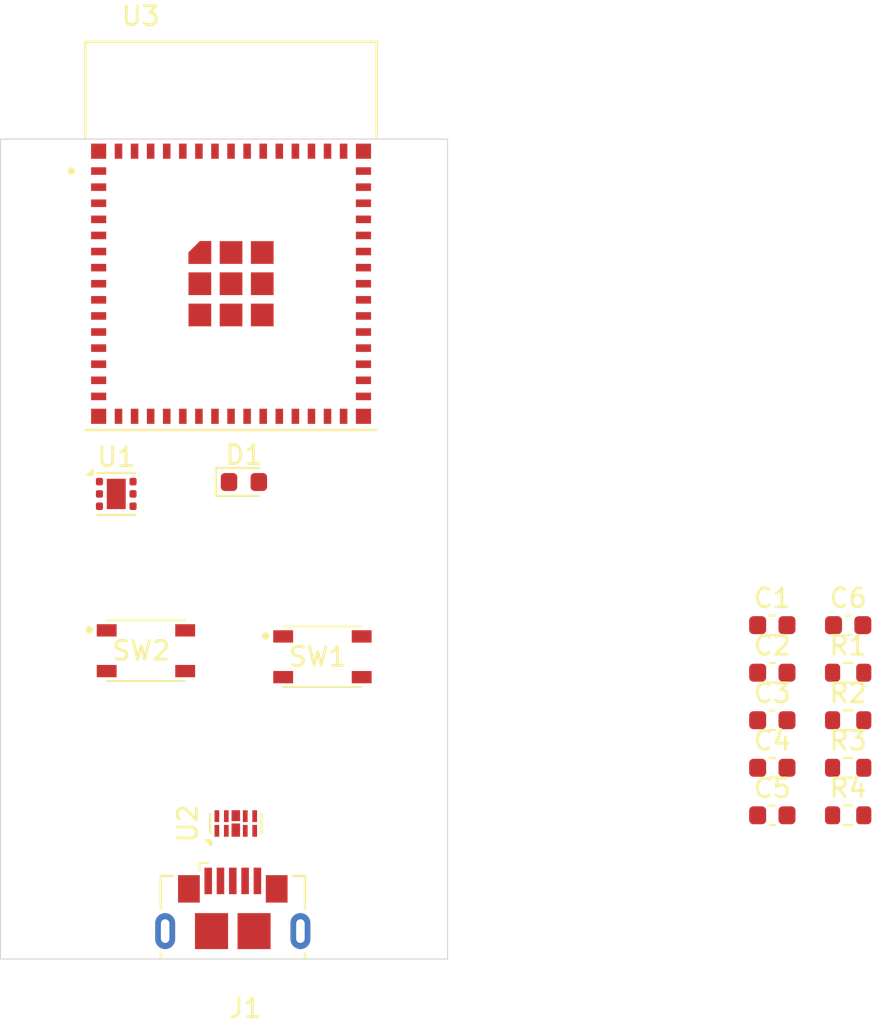
<source format=kicad_pcb>
(kicad_pcb (version 20240108) (generator "pcbnew") (generator_version "8.0")
  (layers (0 "F.Cu" signal) (31 "B.Cu" signal) (34 "B.Paste" user) (35 "F.Paste" user) (36 "B.SilkS" user "B.Silkscreen") (37 "F.SilkS" user "F.Silkscreen") (38 "B.Mask" user) (39 "F.Mask" user) (44 "Edge.Cuts" user))
  (net 0 "")
  (net 1 "Net-(U1-FB)")
  (net 2 "/3V3")
  (net 4 "/5VUSB")
  (net 5 "GND")
  (net 7 "/USB_N")
  (net 8 "/USB_B")
  (net 15 "/ESP32_EN")
  (net 47 "/GPIO0")
  (net 49 "Net-(D1-K)")
  (net 50 "Net-(D1-A)")
  (footprint "Resistor_SMD:R_0603_1608Metric" (layer "F.Cu") (at 162.035 109.21)
    (property "Reference" "R1" (at 0 -1.43 0) (layer "F.SilkS"))
    (property "Value" "1m")
    (fp_line (start -0.237258 -0.5225) (end 0.237258 -0.5225) (stroke (width 0.12)) (layer "F.SilkS"))
    (fp_line (start -0.237258 0.5225) (end 0.237258 0.5225) (stroke (width 0.12)) (layer "F.SilkS"))
    (pad "1" smd roundrect (at -0.825 0) (size 0.8 0.95) (layers "F.Cu" "F.Paste" "F.Mask") (net 2 "/3V3"))
    (pad "2" smd roundrect (at 0.825 0) (size 0.8 0.95) (layers "F.Cu" "F.Paste" "F.Mask") (net 1 "Net-(U1-FB)"))
  )
  (footprint "Package_DFN_QFN:Diodes_UDFN-10_1.0x2.5mm_P0.5mm" (layer "F.Cu") (at 129.66 117.1725 90)
    (property "Reference" "U2" (at 0 -2.54 -90) (layer "F.SilkS"))
    (property "Value" "D3V3XA4B10LP" (hide yes))
    (fp_line (start 0.5 -1.36) (end -0.5 -1.36) (stroke (width 0.12)) (layer "F.SilkS"))
    (fp_line (start 0.5 1.36) (end -0.5 1.36) (stroke (width 0.12)) (layer "F.SilkS"))
    (fp_poly (pts (xy -0.89 -1.31) (xy -1.17 -1.31) (xy -0.89 -1.59) (xy -0.89 -1.31)) (stroke (width 0.12)) (fill solid) (layer "F.SilkS"))
    (pad "1" smd rect (at -0.3875 -1) (size 0.25 0.625) (layers "F.Cu" "F.Paste" "F.Mask") (net 7 "/USB_N"))
    (pad "2" smd rect (at -0.3875 -0.5) (size 0.25 0.625) (layers "F.Cu" "F.Paste" "F.Mask") (net 8 "/USB_B"))
    (pad "3" smd rect (at -0.35 0) (size 0.45 0.7) (layers "F.Cu" "F.Paste" "F.Mask"))
    (pad "4" smd rect (at -0.3875 0.5) (size 0.25 0.625) (layers "F.Cu" "F.Paste" "F.Mask") (net 4 "/5VUSB"))
    (pad "5" smd rect (at -0.3875 1) (size 0.25 0.625) (layers "F.Cu" "F.Paste" "F.Mask"))
    (pad "6" smd rect (at 0.3875 1) (size 0.25 0.625) (layers "F.Cu" "F.Paste" "F.Mask"))
    (pad "7" smd rect (at 0.3875 0.5) (size 0.25 0.625) (layers "F.Cu" "F.Paste" "F.Mask") (net 4 "/5VUSB"))
    (pad "8" smd rect (at 0.4125 0) (size 0.45 0.575) (layers "F.Cu" "F.Paste" "F.Mask"))
    (pad "9" smd rect (at 0.3875 -0.5) (size 0.25 0.625) (layers "F.Cu" "F.Paste" "F.Mask") (net 8 "/USB_B"))
    (pad "10" smd rect (at 0.3875 -1) (size 0.25 0.625) (layers "F.Cu" "F.Paste" "F.Mask") (net 7 "/USB_N"))
  )
  (footprint "Package_SON:WSON-6-1EP_2x2mm_P0.65mm_EP1x1.6mm" (layer "F.Cu") (at 123.34 99.77)
    (property "Reference" "U1" (at 0 -1.95 0) (layer "F.SilkS"))
    (property "Value" "TLV75801PDRV" (hide yes))
    (fp_line (start -1 -1.11) (end 1 -1.11) (stroke (width 0.12)) (layer "F.SilkS"))
    (fp_line (start -1 1.11) (end 1 1.11) (stroke (width 0.12)) (layer "F.SilkS"))
    (fp_poly (pts (xy -1.24 -1.01) (xy -1.52 -1.01) (xy -1.24 -1.29) (xy -1.24 -1.01)) (stroke (width 0.12)) (fill solid) (layer "F.SilkS"))
    (pad "1" smd roundrect (at -0.8875 -0.65) (size 0.375 0.4) (layers "F.Cu" "F.Paste" "F.Mask") (net 2 "/3V3"))
    (pad "2" smd roundrect (at -0.8875 0) (size 0.375 0.4) (layers "F.Cu" "F.Paste" "F.Mask") (net 1 "Net-(U1-FB)"))
    (pad "3" smd roundrect (at -0.8875 0.65) (size 0.375 0.4) (layers "F.Cu" "F.Paste" "F.Mask") (net 5 "GND"))
    (pad "4" smd roundrect (at 0.8875 0.65) (size 0.375 0.4) (layers "F.Cu" "F.Paste" "F.Mask") (net 4 "/5VUSB"))
    (pad "5" smd roundrect (at 0.8875 0) (size 0.375 0.4) (layers "F.Cu" "F.Paste" "F.Mask"))
    (pad "6" smd roundrect (at 0.8875 -0.65) (size 0.375 0.4) (layers "F.Cu" "F.Paste" "F.Mask") (net 4 "/5VUSB"))
    (pad "7" smd rect (at 0 0) (size 1 1.6) (property pad_prop_heatsink) (layers "F.Cu" "F.Mask") (net 5 "GND"))
  )
  (footprint "Capacitor_SMD:C_0603_1608Metric" (layer "F.Cu") (at 158.025 106.7)
    (property "Reference" "C1" (at 0 -1.43 0) (layer "F.SilkS"))
    (property "Value" "10uF")
    (fp_line (start -0.14058 -0.51) (end 0.14058 -0.51) (stroke (width 0.12)) (layer "F.SilkS"))
    (fp_line (start -0.14058 0.51) (end 0.14058 0.51) (stroke (width 0.12)) (layer "F.SilkS"))
    (pad "1" smd roundrect (at -0.775 0) (size 0.9 0.95) (layers "F.Cu" "F.Paste" "F.Mask") (net 4 "/5VUSB"))
    (pad "2" smd roundrect (at 0.775 0) (size 0.9 0.95) (layers "F.Cu" "F.Paste" "F.Mask") (net 49 "Net-(D1-K)"))
  )
  (footprint "LED_SMD:LED_0603_1608Metric" (layer "F.Cu") (at 130.09 99.14)
    (property "Reference" "D1" (at 0 -1.43 0) (layer "F.SilkS"))
    (property "Value" "LED")
    (fp_line (start -1.485 -0.735) (end -1.485 0.735) (stroke (width 0.12)) (layer "F.SilkS"))
    (fp_line (start -1.485 0.735) (end 0.8 0.735) (stroke (width 0.12)) (layer "F.SilkS"))
    (fp_line (start 0.8 -0.735) (end -1.485 -0.735) (stroke (width 0.12)) (layer "F.SilkS"))
    (pad "1" smd roundrect (at -0.7875 0) (size 0.875 0.95) (layers "F.Cu" "F.Paste" "F.Mask") (net 49 "Net-(D1-K)"))
    (pad "2" smd roundrect (at 0.7875 0) (size 0.875 0.95) (layers "F.Cu" "F.Paste" "F.Mask") (net 50 "Net-(D1-A)"))
  )
  (footprint "Capacitor_SMD:C_0603_1608Metric" (layer "F.Cu") (at 162.035 106.7)
    (property "Reference" "C6" (at 0 -1.43 0) (layer "F.SilkS"))
    (property "Value" "10uF")
    (fp_line (start -0.14058 -0.51) (end 0.14058 -0.51) (stroke (width 0.12)) (layer "F.SilkS"))
    (fp_line (start -0.14058 0.51) (end 0.14058 0.51) (stroke (width 0.12)) (layer "F.SilkS"))
    (pad "1" smd roundrect (at -0.775 0) (size 0.9 0.95) (layers "F.Cu" "F.Paste" "F.Mask") (net 2 "/3V3"))
    (pad "2" smd roundrect (at 0.775 0) (size 0.9 0.95) (layers "F.Cu" "F.Paste" "F.Mask") (net 5 "GND"))
  )
  (footprint "Capacitor_SMD:C_0603_1608Metric" (layer "F.Cu") (at 158.025 116.74)
    (property "Reference" "C5" (at 0 -1.43 0) (layer "F.SilkS"))
    (property "Value" "0.1uF")
    (fp_line (start -0.14058 -0.51) (end 0.14058 -0.51) (stroke (width 0.12)) (layer "F.SilkS"))
    (fp_line (start -0.14058 0.51) (end 0.14058 0.51) (stroke (width 0.12)) (layer "F.SilkS"))
    (pad "1" smd roundrect (at -0.775 0) (size 0.9 0.95) (layers "F.Cu" "F.Paste" "F.Mask") (net 2 "/3V3"))
    (pad "2" smd roundrect (at 0.775 0) (size 0.9 0.95) (layers "F.Cu" "F.Paste" "F.Mask") (net 5 "GND"))
  )
  (footprint "Capacitor_SMD:C_0603_1608Metric" (layer "F.Cu") (at 158.025 109.21)
    (property "Reference" "C2" (at 0 -1.43 0) (layer "F.SilkS"))
    (property "Value" "10uF")
    (fp_line (start -0.14058 -0.51) (end 0.14058 -0.51) (stroke (width 0.12)) (layer "F.SilkS"))
    (fp_line (start -0.14058 0.51) (end 0.14058 0.51) (stroke (width 0.12)) (layer "F.SilkS"))
    (pad "1" smd roundrect (at -0.775 0) (size 0.9 0.95) (layers "F.Cu" "F.Paste" "F.Mask") (net 2 "/3V3"))
    (pad "2" smd roundrect (at 0.775 0) (size 0.9 0.95) (layers "F.Cu" "F.Paste" "F.Mask") (net 49 "Net-(D1-K)"))
  )
  (footprint "Resistor_SMD:R_0603_1608Metric" (layer "F.Cu") (at 162.035 111.72)
    (property "Reference" "R2" (at 0 -1.43 0) (layer "F.SilkS"))
    (property "Value" "200k")
    (fp_line (start -0.237258 -0.5225) (end 0.237258 -0.5225) (stroke (width 0.12)) (layer "F.SilkS"))
    (fp_line (start -0.237258 0.5225) (end 0.237258 0.5225) (stroke (width 0.12)) (layer "F.SilkS"))
    (pad "1" smd roundrect (at -0.825 0) (size 0.8 0.95) (layers "F.Cu" "F.Paste" "F.Mask") (net 1 "Net-(U1-FB)"))
    (pad "2" smd roundrect (at 0.825 0) (size 0.8 0.95) (layers "F.Cu" "F.Paste" "F.Mask") (net 49 "Net-(D1-K)"))
  )
  (footprint "Capacitor_SMD:C_0603_1608Metric" (layer "F.Cu") (at 158.025 114.23)
    (property "Reference" "C4" (at 0 -1.43 0) (layer "F.SilkS"))
    (property "Value" "0.1uF")
    (fp_line (start -0.14058 -0.51) (end 0.14058 -0.51) (stroke (width 0.12)) (layer "F.SilkS"))
    (fp_line (start -0.14058 0.51) (end 0.14058 0.51) (stroke (width 0.12)) (layer "F.SilkS"))
    (pad "1" smd roundrect (at -0.775 0) (size 0.9 0.95) (layers "F.Cu" "F.Paste" "F.Mask") (net 47 "/GPIO0"))
    (pad "2" smd roundrect (at 0.775 0) (size 0.9 0.95) (layers "F.Cu" "F.Paste" "F.Mask") (net 5 "GND"))
  )
  (footprint "Resistor_SMD:R_0603_1608Metric" (layer "F.Cu") (at 162.035 114.23)
    (property "Reference" "R3" (at 0 -1.43 0) (layer "F.SilkS"))
    (property "Value" "5.1k")
    (fp_line (start -0.237258 -0.5225) (end 0.237258 -0.5225) (stroke (width 0.12)) (layer "F.SilkS"))
    (fp_line (start -0.237258 0.5225) (end 0.237258 0.5225) (stroke (width 0.12)) (layer "F.SilkS"))
    (pad "1" smd roundrect (at -0.825 0) (size 0.8 0.95) (layers "F.Cu" "F.Paste" "F.Mask") (net 2 "/3V3"))
    (pad "2" smd roundrect (at 0.825 0) (size 0.8 0.95) (layers "F.Cu" "F.Paste" "F.Mask") (net 50 "Net-(D1-A)"))
  )
  (footprint "PTS810SJK250SMTRLFS:PTS810SJG250SMTRLFS" (layer "F.Cu") (at 134.24 108.37)
    (property "Reference" "SW1" (at -0.25 0 0) (layer "F.SilkS"))
    (property "Value" "BOOT1")
    (fp_line (start -3 -1.2) (end -3 -1.2) (stroke (width 0.2)) (layer "F.SilkS"))
    (fp_line (start -3 -1) (end -3 -1) (stroke (width 0.2)) (layer "F.SilkS"))
    (fp_line (start -2.1 -1.6) (end 2.075 -1.6) (stroke (width 0.1)) (layer "F.SilkS"))
    (fp_line (start -2.1 1.6) (end 2.075 1.6) (stroke (width 0.1)) (layer "F.SilkS"))
    (fp_arc (start -3 -1.2) (mid -2.9 -1.1) (end -3 -1) (stroke (width 0.2)) (layer "F.SilkS"))
    (fp_arc (start -3 -1) (mid -3.1 -1.1) (end -3 -1.2) (stroke (width 0.2)) (layer "F.SilkS"))
    (pad "1" smd rect (at -2.075 -1.075) (size 1.05 0.65) (layers "F.Cu" "F.Paste" "F.Mask") (net 5 "GND"))
    (pad "2" smd rect (at 2.075 -1.075) (size 1.05 0.65) (layers "F.Cu" "F.Paste" "F.Mask") (net 5 "GND"))
    (pad "3" smd rect (at -2.075 1.075) (size 1.05 0.65) (layers "F.Cu" "F.Paste" "F.Mask") (net 47 "/GPIO0"))
    (pad "4" smd rect (at 2.075 1.075) (size 1.05 0.65) (layers "F.Cu" "F.Paste" "F.Mask") (net 47 "/GPIO0"))
  )
  (footprint "Resistor_SMD:R_0603_1608Metric" (layer "F.Cu") (at 162.035 116.74)
    (property "Reference" "R4" (at 0 -1.43 0) (layer "F.SilkS"))
    (property "Value" "10K")
    (fp_line (start -0.237258 -0.5225) (end 0.237258 -0.5225) (stroke (width 0.12)) (layer "F.SilkS"))
    (fp_line (start -0.237258 0.5225) (end 0.237258 0.5225) (stroke (width 0.12)) (layer "F.SilkS"))
    (pad "1" smd roundrect (at -0.825 0) (size 0.8 0.95) (layers "F.Cu" "F.Paste" "F.Mask") (net 2 "/3V3"))
    (pad "2" smd roundrect (at 0.825 0) (size 0.8 0.95) (layers "F.Cu" "F.Paste" "F.Mask") (net 15 "/ESP32_EN"))
  )
  (footprint "ESP32-S3-MINI-1-N8:XCVR_ESP32-S3-MINI-1-N8" (layer "F.Cu") (at 129.41 88.67)
    (property "Reference" "U3" (at -4.775 -14.135 0) (layer "F.SilkS"))
    (property "Value" "ESP32-S3-MINI-1-N8" (hide yes))
    (fp_line (start -7.7 -12.775) (end 7.7 -12.775) (stroke (width 0.127)) (layer "F.SilkS"))
    (fp_line (start -7.7 -7.725) (end -7.7 -12.775) (stroke (width 0.127)) (layer "F.SilkS"))
    (fp_line (start 7.7 -12.775) (end 7.7 -7.725) (stroke (width 0.127)) (layer "F.SilkS"))
    (fp_line (start 7.7 7.725) (end -7.7 7.725) (stroke (width 0.127)) (layer "F.SilkS"))
    (fp_circle (center -8.45 -5.95) (end -8.35 -5.95) (stroke (width 0.2)) (fill none) (layer "F.SilkS"))
    (pad "1" smd rect (at -7 -5.95) (size 0.8 0.4) (layers "F.Cu" "F.Paste" "F.Mask") (net 5 "GND"))
    (pad "2" smd rect (at -7 -5.1) (size 0.8 0.4) (layers "F.Cu" "F.Paste" "F.Mask") (net 5 "GND"))
    (pad "3" smd rect (at -7 -4.25) (size 0.8 0.4) (layers "F.Cu" "F.Paste" "F.Mask") (net 2 "/3V3"))
    (pad "4" smd rect (at -7 -3.4) (size 0.8 0.4) (layers "F.Cu" "F.Paste" "F.Mask") (net 47 "/GPIO0"))
    (pad "5" smd rect (at -7 -2.55) (size 0.8 0.4) (layers "F.Cu" "F.Paste" "F.Mask"))
    (pad "6" smd rect (at -7 -1.7) (size 0.8 0.4) (layers "F.Cu" "F.Paste" "F.Mask"))
    (pad "7" smd rect (at -7 -0.85) (size 0.8 0.4) (layers "F.Cu" "F.Paste" "F.Mask"))
    (pad "8" smd rect (at -7 0) (size 0.8 0.4) (layers "F.Cu" "F.Paste" "F.Mask"))
    (pad "9" smd rect (at -7 0.85) (size 0.8 0.4) (layers "F.Cu" "F.Paste" "F.Mask"))
    (pad "10" smd rect (at -7 1.7) (size 0.8 0.4) (layers "F.Cu" "F.Paste" "F.Mask"))
    (pad "11" smd rect (at -7 2.55) (size 0.8 0.4) (layers "F.Cu" "F.Paste" "F.Mask"))
    (pad "12" smd rect (at -7 3.4) (size 0.8 0.4) (layers "F.Cu" "F.Paste" "F.Mask"))
    (pad "13" smd rect (at -7 4.25) (size 0.8 0.4) (layers "F.Cu" "F.Paste" "F.Mask"))
    (pad "14" smd rect (at -7 5.1) (size 0.8 0.4) (layers "F.Cu" "F.Paste" "F.Mask"))
    (pad "15" smd rect (at -7 5.95) (size 0.8 0.4) (layers "F.Cu" "F.Paste" "F.Mask"))
    (pad "16" smd rect (at -5.95 7) (size 0.4 0.8) (layers "F.Cu" "F.Paste" "F.Mask"))
    (pad "17" smd rect (at -5.1 7) (size 0.4 0.8) (layers "F.Cu" "F.Paste" "F.Mask"))
    (pad "18" smd rect (at -4.25 7) (size 0.4 0.8) (layers "F.Cu" "F.Paste" "F.Mask"))
    (pad "19" smd rect (at -3.4 7) (size 0.4 0.8) (layers "F.Cu" "F.Paste" "F.Mask"))
    (pad "20" smd rect (at -2.55 7) (size 0.4 0.8) (layers "F.Cu" "F.Paste" "F.Mask"))
    (pad "21" smd rect (at -1.7 7) (size 0.4 0.8) (layers "F.Cu" "F.Paste" "F.Mask"))
    (pad "22" smd rect (at -0.85 7) (size 0.4 0.8) (layers "F.Cu" "F.Paste" "F.Mask"))
    (pad "23" smd rect (at 0 7) (size 0.4 0.8) (layers "F.Cu" "F.Paste" "F.Mask") (net 7 "/USB_N"))
    (pad "24" smd rect (at 0.85 7) (size 0.4 0.8) (layers "F.Cu" "F.Paste" "F.Mask") (net 8 "/USB_B"))
    (pad "25" smd rect (at 1.7 7) (size 0.4 0.8) (layers "F.Cu" "F.Paste" "F.Mask"))
    (pad "26" smd rect (at 2.55 7) (size 0.4 0.8) (layers "F.Cu" "F.Paste" "F.Mask"))
    (pad "27" smd rect (at 3.4 7) (size 0.4 0.8) (layers "F.Cu" "F.Paste" "F.Mask"))
    (pad "28" smd rect (at 4.25 7) (size 0.4 0.8) (layers "F.Cu" "F.Paste" "F.Mask"))
    (pad "29" smd rect (at 5.1 7) (size 0.4 0.8) (layers "F.Cu" "F.Paste" "F.Mask"))
    (pad "30" smd rect (at 5.95 7) (size 0.4 0.8) (layers "F.Cu" "F.Paste" "F.Mask"))
    (pad "31" smd rect (at 7 5.95) (size 0.8 0.4) (layers "F.Cu" "F.Paste" "F.Mask"))
    (pad "32" smd rect (at 7 5.1) (size 0.8 0.4) (layers "F.Cu" "F.Paste" "F.Mask"))
    (pad "33" smd rect (at 7 4.25) (size 0.8 0.4) (layers "F.Cu" "F.Paste" "F.Mask"))
    (pad "34" smd rect (at 7 3.4) (size 0.8 0.4) (layers "F.Cu" "F.Paste" "F.Mask"))
    (pad "35" smd rect (at 7 2.55) (size 0.8 0.4) (layers "F.Cu" "F.Paste" "F.Mask"))
    (pad "36" smd rect (at 7 1.7) (size 0.8 0.4) (layers "F.Cu" "F.Paste" "F.Mask"))
    (pad "37" smd rect (at 7 0.85) (size 0.8 0.4) (layers "F.Cu" "F.Paste" "F.Mask"))
    (pad "38" smd rect (at 7 0) (size 0.8 0.4) (layers "F.Cu" "F.Paste" "F.Mask"))
    (pad "39" smd rect (at 7 -0.85) (size 0.8 0.4) (layers "F.Cu" "F.Paste" "F.Mask"))
    (pad "40" smd rect (at 7 -1.7) (size 0.8 0.4) (layers "F.Cu" "F.Paste" "F.Mask"))
    (pad "41" smd rect (at 7 -2.55) (size 0.8 0.4) (layers "F.Cu" "F.Paste" "F.Mask"))
    (pad "42" smd rect (at 7 -3.4) (size 0.8 0.4) (layers "F.Cu" "F.Paste" "F.Mask") (net 5 "GND"))
    (pad "43" smd rect (at 7 -4.25) (size 0.8 0.4) (layers "F.Cu" "F.Paste" "F.Mask") (net 5 "GND"))
    (pad "44" smd rect (at 7 -5.1) (size 0.8 0.4) (layers "F.Cu" "F.Paste" "F.Mask"))
    (pad "45" smd rect (at 7 -5.95) (size 0.8 0.4) (layers "F.Cu" "F.Paste" "F.Mask") (net 15 "/ESP32_EN"))
    (pad "46" smd rect (at 5.95 -7) (size 0.4 0.8) (layers "F.Cu" "F.Paste" "F.Mask") (net 5 "GND"))
    (pad "47" smd rect (at 5.1 -7) (size 0.4 0.8) (layers "F.Cu" "F.Paste" "F.Mask") (net 5 "GND"))
    (pad "48" smd rect (at 4.25 -7) (size 0.4 0.8) (layers "F.Cu" "F.Paste" "F.Mask") (net 5 "GND"))
    (pad "49" smd rect (at 3.4 -7) (size 0.4 0.8) (layers "F.Cu" "F.Paste" "F.Mask") (net 5 "GND"))
    (pad "50" smd rect (at 2.55 -7) (size 0.4 0.8) (layers "F.Cu" "F.Paste" "F.Mask") (net 5 "GND"))
    (pad "51" smd rect (at 1.7 -7) (size 0.4 0.8) (layers "F.Cu" "F.Paste" "F.Mask") (net 5 "GND"))
    (pad "52" smd rect (at 0.85 -7) (size 0.4 0.8) (layers "F.Cu" "F.Paste" "F.Mask") (net 5 "GND"))
    (pad "53" smd rect (at 0 -7) (size 0.4 0.8) (layers "F.Cu" "F.Paste" "F.Mask") (net 5 "GND"))
    (pad "54" smd rect (at -0.85 -7) (size 0.4 0.8) (layers "F.Cu" "F.Paste" "F.Mask") (net 5 "GND"))
    (pad "55" smd rect (at -1.7 -7) (size 0.4 0.8) (layers "F.Cu" "F.Paste" "F.Mask") (net 5 "GND"))
    (pad "56" smd rect (at -2.55 -7) (size 0.4 0.8) (layers "F.Cu" "F.Paste" "F.Mask") (net 5 "GND"))
    (pad "57" smd rect (at -3.4 -7) (size 0.4 0.8) (layers "F.Cu" "F.Paste" "F.Mask") (net 5 "GND"))
    (pad "58" smd rect (at -4.25 -7) (size 0.4 0.8) (layers "F.Cu" "F.Paste" "F.Mask") (net 5 "GND"))
    (pad "59" smd rect (at -5.1 -7) (size 0.4 0.8) (layers "F.Cu" "F.Paste" "F.Mask") (net 5 "GND"))
    (pad "60" smd rect (at -5.95 -7) (size 0.4 0.8) (layers "F.Cu" "F.Paste" "F.Mask") (net 5 "GND"))
    (pad "61" smd rect (at 0 0) (size 1.2 1.2) (layers "F.Cu" "F.Paste" "F.Mask") (net 5 "GND"))
    (pad "61_1" smd custom (at -1.65 -1.65) (size 0.4 0.4) (layers "F.Cu") (net 5 "GND") (options (clearance outline) (anchor rect)) (primitives (gr_poly (pts (xy -0.6 0.6) (xy 0.6 0.6) (xy 0.6 -0.6) (xy 0 -0.6) (xy -0.6 0)) (width 0.01) (fill yes))))
    (pad "61_2" smd rect (at 0 -1.65) (size 1.2 1.2) (layers "F.Cu" "F.Paste" "F.Mask") (net 5 "GND"))
    (pad "61_3" smd rect (at 1.65 -1.65) (size 1.2 1.2) (layers "F.Cu" "F.Paste" "F.Mask") (net 5 "GND"))
    (pad "61_4" smd rect (at 1.65 0) (size 1.2 1.2) (layers "F.Cu" "F.Paste" "F.Mask") (net 5 "GND"))
    (pad "61_5" smd rect (at 1.65 1.65) (size 1.2 1.2) (layers "F.Cu" "F.Paste" "F.Mask") (net 5 "GND"))
    (pad "61_6" smd rect (at 0 1.65) (size 1.2 1.2) (layers "F.Cu" "F.Paste" "F.Mask") (net 5 "GND"))
    (pad "61_7" smd rect (at -1.65 1.65) (size 1.2 1.2) (layers "F.Cu" "F.Paste" "F.Mask") (net 5 "GND"))
    (pad "61_8" smd rect (at -1.65 0) (size 1.2 1.2) (layers "F.Cu" "F.Paste" "F.Mask") (net 5 "GND"))
    (pad "62" smd rect (at -7 -7) (size 0.8 0.8) (layers "F.Cu" "F.Paste" "F.Mask") (net 5 "GND"))
    (pad "63" smd rect (at -7 7) (size 0.8 0.8) (layers "F.Cu" "F.Paste" "F.Mask") (net 5 "GND"))
    (pad "64" smd rect (at 7 7) (size 0.8 0.8) (layers "F.Cu" "F.Paste" "F.Mask") (net 5 "GND"))
    (pad "65" smd rect (at 7 -7) (size 0.8 0.8) (layers "F.Cu" "F.Paste" "F.Mask") (net 5 "GND"))
  )
  (footprint "Capacitor_SMD:C_0603_1608Metric" (layer "F.Cu") (at 158.025 111.72)
    (property "Reference" "C3" (at 0 -1.43 0) (layer "F.SilkS"))
    (property "Value" "0.1uF")
    (fp_line (start -0.14058 -0.51) (end 0.14058 -0.51) (stroke (width 0.12)) (layer "F.SilkS"))
    (fp_line (start -0.14058 0.51) (end 0.14058 0.51) (stroke (width 0.12)) (layer "F.SilkS"))
    (pad "1" smd roundrect (at -0.775 0) (size 0.9 0.95) (layers "F.Cu" "F.Paste" "F.Mask") (net 15 "/ESP32_EN"))
    (pad "2" smd roundrect (at 0.775 0) (size 0.9 0.95) (layers "F.Cu" "F.Paste" "F.Mask") (net 5 "GND"))
  )
  (footprint "Connector_USB:USB_Micro-B_GCT_USB3076-30-A" (layer "F.Cu") (at 129.5025 121.655)
    (property "Reference" "J1" (at 0.6575 5.265 0) (layer "F.SilkS"))
    (property "Value" "USB_B_Micro" (hide yes))
    (fp_line (start -3.81 -1.71) (end -3.15 -1.71) (stroke (width 0.12)) (layer "F.SilkS"))
    (fp_line (start -3.81 0.02) (end -3.81 -1.71) (stroke (width 0.12)) (layer "F.SilkS"))
    (fp_line (start -3.81 2.59) (end -3.81 2.38) (stroke (width 0.12)) (layer "F.SilkS"))
    (fp_line (start -1.76 -2.41) (end -1.76 -2.02) (stroke (width 0.12)) (layer "F.SilkS"))
    (fp_line (start -1.76 -2.41) (end -1.31 -2.41) (stroke (width 0.12)) (layer "F.SilkS"))
    (fp_line (start 3.81 -1.71) (end 3.16 -1.71) (stroke (width 0.12)) (layer "F.SilkS"))
    (fp_line (start 3.81 0.02) (end 3.81 -1.71) (stroke (width 0.12)) (layer "F.SilkS"))
    (fp_line (start 3.81 2.59) (end 3.81 2.38) (stroke (width 0.12)) (layer "F.SilkS"))
    (pad "1" smd rect (at -1.3 -1.45) (size 0.4 1.4) (layers "F.Cu" "F.Paste" "F.Mask") (net 4 "/5VUSB"))
    (pad "2" smd rect (at -0.65 -1.45) (size 0.4 1.4) (layers "F.Cu" "F.Paste" "F.Mask") (net 7 "/USB_N"))
    (pad "3" smd rect (at 0 -1.45) (size 0.4 1.4) (layers "F.Cu" "F.Paste" "F.Mask") (net 8 "/USB_B"))
    (pad "4" smd rect (at 0.65 -1.45) (size 0.4 1.4) (layers "F.Cu" "F.Paste" "F.Mask"))
    (pad "5" smd rect (at 1.3 -1.45) (size 0.4 1.4) (layers "F.Cu" "F.Paste" "F.Mask") (net 5 "GND"))
    (pad "6" thru_hole oval (at -3.575 1.2 180) (size 1.05 1.9) (drill oval 0.45 1.25) (layers "*.Cu" "*.Mask") (net 5 "GND"))
    (pad "6" smd rect (at -2.32 -1.03) (size 1.15 1.45) (layers "F.Cu" "F.Paste" "F.Mask") (net 5 "GND"))
    (pad "6" smd rect (at -1.125 1.2) (size 1.75 1.9) (layers "F.Cu" "F.Paste" "F.Mask") (net 5 "GND"))
    (pad "6" smd rect (at 1.125 1.2) (size 1.75 1.9) (layers "F.Cu" "F.Paste" "F.Mask") (net 5 "GND"))
    (pad "6" smd rect (at 2.32 -1.03) (size 1.15 1.45) (layers "F.Cu" "F.Paste" "F.Mask") (net 5 "GND"))
    (pad "6" thru_hole oval (at 3.575 1.2) (size 1.05 1.9) (drill oval 0.45 1.25) (layers "*.Cu" "*.Mask") (net 5 "GND"))
  )
  (footprint "PTS810SJK250SMTRLFS:PTS810SJG250SMTRLFS" (layer "F.Cu") (at 124.91 108.05)
    (property "Reference" "SW2" (at -0.25 0 0) (layer "F.SilkS"))
    (property "Value" "RESET1")
    (fp_line (start -3 -1.2) (end -3 -1.2) (stroke (width 0.2)) (layer "F.SilkS"))
    (fp_line (start -3 -1) (end -3 -1) (stroke (width 0.2)) (layer "F.SilkS"))
    (fp_line (start -2.1 -1.6) (end 2.075 -1.6) (stroke (width 0.1)) (layer "F.SilkS"))
    (fp_line (start -2.1 1.6) (end 2.075 1.6) (stroke (width 0.1)) (layer "F.SilkS"))
    (fp_arc (start -3 -1.2) (mid -2.9 -1.1) (end -3 -1) (stroke (width 0.2)) (layer "F.SilkS"))
    (fp_arc (start -3 -1) (mid -3.1 -1.1) (end -3 -1.2) (stroke (width 0.2)) (layer "F.SilkS"))
    (pad "1" smd rect (at -2.075 -1.075) (size 1.05 0.65) (layers "F.Cu" "F.Paste" "F.Mask") (net 5 "GND"))
    (pad "2" smd rect (at 2.075 -1.075) (size 1.05 0.65) (layers "F.Cu" "F.Paste" "F.Mask") (net 5 "GND"))
    (pad "3" smd rect (at -2.075 1.075) (size 1.05 0.65) (layers "F.Cu" "F.Paste" "F.Mask") (net 15 "/ESP32_EN"))
    (pad "4" smd rect (at 2.075 1.075) (size 1.05 0.65) (layers "F.Cu" "F.Paste" "F.Mask") (net 15 "/ESP32_EN"))
  )
  (gr_rect (start 117.22 81.03) (end 140.86 124.33) (stroke (width 0.05)) (fill none) (layer "Edge.Cuts"))
)
</source>
